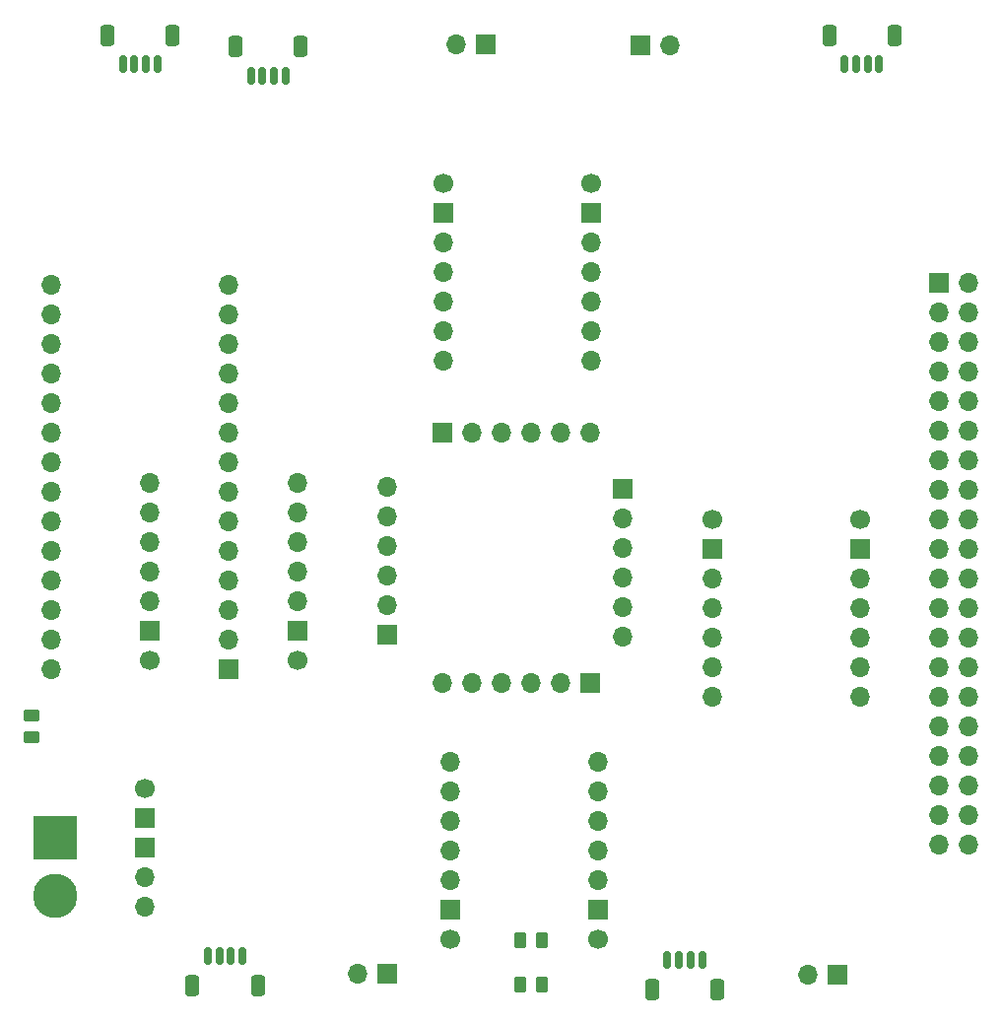
<source format=gts>
%TF.GenerationSoftware,KiCad,Pcbnew,(6.0.8)*%
%TF.CreationDate,2023-03-18T14:47:44-05:00*%
%TF.ProjectId,board1,626f6172-6431-42e6-9b69-6361645f7063,rev?*%
%TF.SameCoordinates,Original*%
%TF.FileFunction,Soldermask,Top*%
%TF.FilePolarity,Negative*%
%FSLAX46Y46*%
G04 Gerber Fmt 4.6, Leading zero omitted, Abs format (unit mm)*
G04 Created by KiCad (PCBNEW (6.0.8)) date 2023-03-18 14:47:44*
%MOMM*%
%LPD*%
G01*
G04 APERTURE LIST*
G04 Aperture macros list*
%AMRoundRect*
0 Rectangle with rounded corners*
0 $1 Rounding radius*
0 $2 $3 $4 $5 $6 $7 $8 $9 X,Y pos of 4 corners*
0 Add a 4 corners polygon primitive as box body*
4,1,4,$2,$3,$4,$5,$6,$7,$8,$9,$2,$3,0*
0 Add four circle primitives for the rounded corners*
1,1,$1+$1,$2,$3*
1,1,$1+$1,$4,$5*
1,1,$1+$1,$6,$7*
1,1,$1+$1,$8,$9*
0 Add four rect primitives between the rounded corners*
20,1,$1+$1,$2,$3,$4,$5,0*
20,1,$1+$1,$4,$5,$6,$7,0*
20,1,$1+$1,$6,$7,$8,$9,0*
20,1,$1+$1,$8,$9,$2,$3,0*%
G04 Aperture macros list end*
%ADD10C,1.700000*%
%ADD11R,1.700000X1.700000*%
%ADD12O,1.700000X1.700000*%
%ADD13RoundRect,0.250000X-0.262500X-0.450000X0.262500X-0.450000X0.262500X0.450000X-0.262500X0.450000X0*%
%ADD14R,3.800000X3.800000*%
%ADD15C,3.800000*%
%ADD16RoundRect,0.250000X-0.450000X0.262500X-0.450000X-0.262500X0.450000X-0.262500X0.450000X0.262500X0*%
%ADD17RoundRect,0.150000X-0.150000X-0.625000X0.150000X-0.625000X0.150000X0.625000X-0.150000X0.625000X0*%
%ADD18RoundRect,0.250000X-0.350000X-0.650000X0.350000X-0.650000X0.350000X0.650000X-0.350000X0.650000X0*%
%ADD19RoundRect,0.150000X0.150000X0.625000X-0.150000X0.625000X-0.150000X-0.625000X0.150000X-0.625000X0*%
%ADD20RoundRect,0.250000X0.350000X0.650000X-0.350000X0.650000X-0.350000X-0.650000X0.350000X-0.650000X0*%
G04 APERTURE END LIST*
D10*
X95125000Y-94282500D03*
D11*
X95125000Y-91742500D03*
D12*
X95125000Y-89202500D03*
X95125000Y-86662500D03*
X95125000Y-84122500D03*
X95125000Y-81582500D03*
X95125000Y-79042500D03*
X107825000Y-79042500D03*
X107825000Y-81582500D03*
X107825000Y-84122500D03*
X107825000Y-86662500D03*
X107825000Y-89202500D03*
D11*
X107825000Y-91742500D03*
D10*
X107825000Y-94282500D03*
X120975000Y-118200000D03*
D11*
X120975000Y-115660000D03*
D12*
X120975000Y-113120000D03*
X120975000Y-110580000D03*
X120975000Y-108040000D03*
X120975000Y-105500000D03*
X120975000Y-102960000D03*
X133675000Y-102960000D03*
X133675000Y-105500000D03*
X133675000Y-108040000D03*
X133675000Y-110580000D03*
X133675000Y-113120000D03*
D11*
X133675000Y-115660000D03*
D10*
X133675000Y-118200000D03*
D11*
X137325000Y-41442500D03*
D12*
X139865000Y-41442500D03*
D13*
X127009900Y-118304700D03*
X128834900Y-118304700D03*
D11*
X120282400Y-74717500D03*
D12*
X122822400Y-74717500D03*
X125362400Y-74717500D03*
X127902400Y-74717500D03*
X130442400Y-74717500D03*
X132982400Y-74717500D03*
D14*
X87000000Y-109467500D03*
D15*
X87000000Y-114467500D03*
D11*
X132950000Y-96167500D03*
D12*
X130410000Y-96167500D03*
X127870000Y-96167500D03*
X125330000Y-96167500D03*
X122790000Y-96167500D03*
X120250000Y-96167500D03*
D13*
X127009900Y-122104700D03*
X128834900Y-122104700D03*
D16*
X85025000Y-99030000D03*
X85025000Y-100855000D03*
D17*
X103825000Y-44067500D03*
X104825000Y-44067500D03*
X105825000Y-44067500D03*
X106825000Y-44067500D03*
D18*
X102525000Y-41542500D03*
X108125000Y-41542500D03*
D11*
X115566800Y-121176900D03*
D12*
X113026800Y-121176900D03*
D10*
X94700000Y-105301300D03*
D11*
X94700000Y-107841300D03*
X94700000Y-110381300D03*
D12*
X94700000Y-112921300D03*
X94700000Y-115461300D03*
D11*
X124025000Y-41342500D03*
D12*
X121485000Y-41342500D03*
D10*
X133059000Y-53285000D03*
D11*
X133059000Y-55825000D03*
D12*
X133059000Y-58365000D03*
X133059000Y-60905000D03*
X133059000Y-63445000D03*
X133059000Y-65985000D03*
X133059000Y-68525000D03*
X120359000Y-68525000D03*
X120359000Y-65985000D03*
X120359000Y-63445000D03*
X120359000Y-60905000D03*
X120359000Y-58365000D03*
D11*
X120359000Y-55825000D03*
D10*
X120359000Y-53285000D03*
D11*
X115525000Y-92092500D03*
D12*
X115525000Y-89552500D03*
X115525000Y-87012500D03*
X115525000Y-84472500D03*
X115525000Y-81932500D03*
X115525000Y-79392500D03*
D11*
X154250000Y-121242500D03*
D12*
X151710000Y-121242500D03*
D11*
X135775000Y-79525000D03*
D12*
X135775000Y-82065000D03*
X135775000Y-84605000D03*
X135775000Y-87145000D03*
X135775000Y-89685000D03*
X135775000Y-92225000D03*
D11*
X162944500Y-61807800D03*
D12*
X165484500Y-61807800D03*
X162944500Y-64347800D03*
X165484500Y-64347800D03*
X162944500Y-66887800D03*
X165484500Y-66887800D03*
X162944500Y-69427800D03*
X165484500Y-69427800D03*
X162944500Y-71967800D03*
X165484500Y-71967800D03*
X162944500Y-74507800D03*
X165484500Y-74507800D03*
X162944500Y-77047800D03*
X165484500Y-77047800D03*
X162944500Y-79587800D03*
X165484500Y-79587800D03*
X162944500Y-82127800D03*
X165484500Y-82127800D03*
X162944500Y-84667800D03*
X165484500Y-84667800D03*
X162944500Y-87207800D03*
X165484500Y-87207800D03*
X162944500Y-89747800D03*
X165484500Y-89747800D03*
X162944500Y-92287800D03*
X165484500Y-92287800D03*
X162944500Y-94827800D03*
X165484500Y-94827800D03*
X162944500Y-97367800D03*
X165484500Y-97367800D03*
X162944500Y-99907800D03*
X165484500Y-99907800D03*
X162944500Y-102447800D03*
X165484500Y-102447800D03*
X162944500Y-104987800D03*
X165484500Y-104987800D03*
X162944500Y-107527800D03*
X165484500Y-107527800D03*
X162944500Y-110067800D03*
X165484500Y-110067800D03*
D10*
X156150000Y-82185000D03*
D11*
X156150000Y-84725000D03*
D12*
X156150000Y-87265000D03*
X156150000Y-89805000D03*
X156150000Y-92345000D03*
X156150000Y-94885000D03*
X156150000Y-97425000D03*
X143450000Y-97425000D03*
X143450000Y-94885000D03*
X143450000Y-92345000D03*
X143450000Y-89805000D03*
X143450000Y-87265000D03*
D11*
X143450000Y-84725000D03*
D10*
X143450000Y-82185000D03*
D11*
X101945000Y-95027500D03*
D12*
X86705000Y-95027500D03*
X101945000Y-92487500D03*
X86705000Y-92487500D03*
X101945000Y-89947500D03*
X86705000Y-89947500D03*
X101945000Y-87407500D03*
X86705000Y-87407500D03*
X101945000Y-84867500D03*
X86705000Y-84867500D03*
X101945000Y-82327500D03*
X86705000Y-82327500D03*
X101945000Y-79787500D03*
X86705000Y-79787500D03*
X101945000Y-77247500D03*
X86705000Y-77247500D03*
X101945000Y-74707500D03*
X86705000Y-74707500D03*
X101945000Y-72167500D03*
X86705000Y-72167500D03*
X101945000Y-69627500D03*
X86705000Y-69627500D03*
X101945000Y-67087500D03*
X86705000Y-67087500D03*
X101945000Y-64547500D03*
X86705000Y-64547500D03*
X101945000Y-62007500D03*
X86705000Y-62007500D03*
D19*
X103122400Y-119679700D03*
X102122400Y-119679700D03*
X101122400Y-119679700D03*
X100122400Y-119679700D03*
D20*
X104422400Y-122204700D03*
X98822400Y-122204700D03*
D17*
X92825000Y-43067500D03*
X93825000Y-43067500D03*
X94825000Y-43067500D03*
X95825000Y-43067500D03*
D18*
X97125000Y-40542500D03*
X91525000Y-40542500D03*
D17*
X154825000Y-43067500D03*
X155825000Y-43067500D03*
X156825000Y-43067500D03*
X157825000Y-43067500D03*
D18*
X153525000Y-40542500D03*
X159125000Y-40542500D03*
D19*
X142600000Y-119975000D03*
X141600000Y-119975000D03*
X140600000Y-119975000D03*
X139600000Y-119975000D03*
D20*
X138300000Y-122500000D03*
X143900000Y-122500000D03*
M02*

</source>
